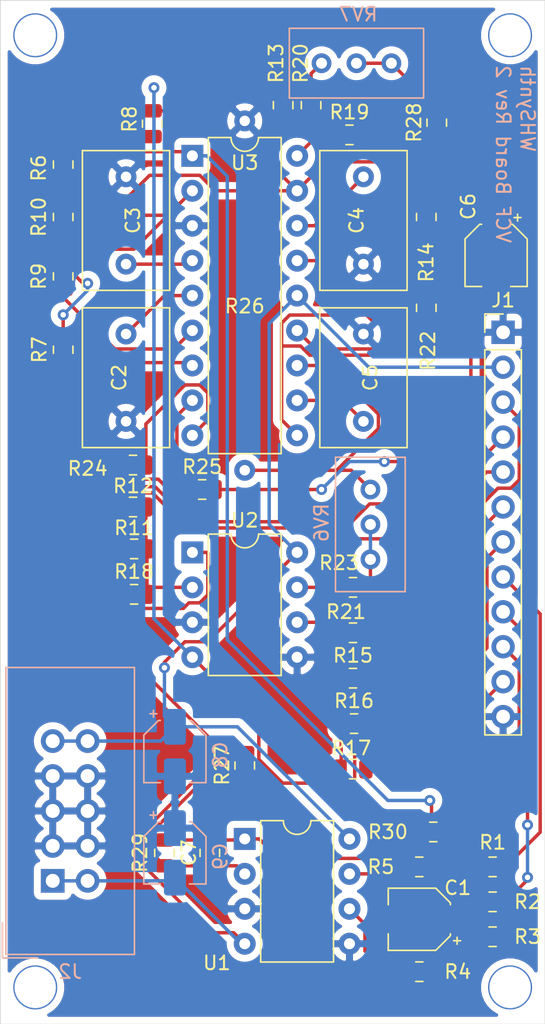
<source format=kicad_pcb>
(kicad_pcb (version 20171130) (host pcbnew 5.1.4)
  (layers (0 F.Cu signal) (31 B.Cu signal) (34 B.Paste user) (35 F.Paste user) (36 B.SilkS user) (37 F.SilkS user) (38 B.Mask user) (39 F.Mask user) (44 Edge.Cuts user))
  (net 0 "")
  (net 1 "Net-(C1-Pad1)")
  (net 2 "Net-(C1-Pad2)")
  (net 3 "Net-(C2-Pad1)")
  (net 4 GNDREF)
  (net 5 "Net-(C3-Pad1)")
  (net 6 "Net-(C4-Pad1)")
  (net 7 "Net-(C5-Pad1)")
  (net 8 "Net-(C6-Pad1)")
  (net 9 "Net-(C6-Pad2)")
  (net 10 "Net-(C7-Pad1)")
  (net 11 "Net-(C7-Pad2)")
  (net 12 "Net-(R1-Pad1)")
  (net 13 "Net-(R5-Pad1)")
  (net 14 "Net-(R6-Pad1)")
  (net 15 "Net-(R7-Pad1)")
  (net 16 +12V)
  (net 17 "Net-(R10-Pad2)")
  (net 18 "Net-(R10-Pad1)")
  (net 19 "Net-(R11-Pad1)")
  (net 20 "Net-(R14-Pad1)")
  (net 21 "Net-(R15-Pad1)")
  (net 22 -12V)
  (net 23 "Net-(R18-Pad1)")
  (net 24 "Net-(R19-Pad1)")
  (net 25 "Net-(R21-Pad1)")
  (net 26 "Net-(R23-Pad1)")
  (net 27 "Net-(R24-Pad1)")
  (net 28 "Net-(R25-Pad1)")
  (net 29 "Net-(R26-Pad1)")
  (net 30 "Net-(R28-Pad1)")
  (net 31 "Net-(R28-Pad2)")
  (net 32 /Res)
  (net 33 /Res_Mod)
  (net 34 /Cutoff)
  (net 35 /Cutoff_Mod)
  (net 36 /In_1)
  (net 37 /In_2)
  (net 38 /In_3)
  (net 39 /Out)
  (module Package_DIP:DIP-8_W7.62mm (layer F.Cu) (at 81.788 125.73)
    (fp_text reference U1 (at -2.032 9.017) (layer F.SilkS))
    (fp_text value TL072)
    (pad 8 thru_hole oval (at 7.62 0) (size 1.6 1.6) (drill 0.8) (layers *.Cu *.Mask) (net 16 +12V))
    (pad 4 thru_hole oval (at 0 7.62) (size 1.6 1.6) (drill 0.8) (layers *.Cu *.Mask) (net 22 -12V))
    (pad 7 thru_hole oval (at 7.62 2.54) (size 1.6 1.6) (drill 0.8) (layers *.Cu *.Mask) (net 2 "Net-(C1-Pad2)"))
    (pad 3 thru_hole oval (at 0 5.08) (size 1.6 1.6) (drill 0.8) (layers *.Cu *.Mask) (net 4 GNDREF))
    (pad 6 thru_hole oval (at 7.62 5.08) (size 1.6 1.6) (drill 0.8) (layers *.Cu *.Mask) (net 12 "Net-(R1-Pad1)"))
    (pad 2 thru_hole oval (at 0 2.54) (size 1.6 1.6) (drill 0.8) (layers *.Cu *.Mask) (net 10 "Net-(C7-Pad1)"))
    (pad 5 thru_hole oval (at 7.62 7.62) (size 1.6 1.6) (drill 0.8) (layers *.Cu *.Mask) (net 4 GNDREF))
    (pad 1 thru_hole rect (at 0 0) (size 1.6 1.6) (drill 0.8) (layers *.Cu *.Mask) (net 11 "Net-(C7-Pad2)"))
  )
  (module Package_DIP:DIP-8_W7.62mm (layer F.Cu) (at 77.978 104.902)
    (fp_text reference U2 (at 3.81 -2.33) (layer F.SilkS))
    (fp_text value TL072)
    (pad 8 thru_hole oval (at 7.62 0) (size 1.6 1.6) (drill 0.8) (layers *.Cu *.Mask) (net 16 +12V))
    (pad 4 thru_hole oval (at 0 7.62) (size 1.6 1.6) (drill 0.8) (layers *.Cu *.Mask) (net 22 -12V))
    (pad 7 thru_hole oval (at 7.62 2.54) (size 1.6 1.6) (drill 0.8) (layers *.Cu *.Mask) (net 25 "Net-(R21-Pad1)"))
    (pad 3 thru_hole oval (at 0 5.08) (size 1.6 1.6) (drill 0.8) (layers *.Cu *.Mask) (net 4 GNDREF))
    (pad 6 thru_hole oval (at 7.62 5.08) (size 1.6 1.6) (drill 0.8) (layers *.Cu *.Mask) (net 21 "Net-(R15-Pad1)"))
    (pad 2 thru_hole oval (at 0 2.54) (size 1.6 1.6) (drill 0.8) (layers *.Cu *.Mask) (net 19 "Net-(R11-Pad1)"))
    (pad 5 thru_hole oval (at 7.62 7.62) (size 1.6 1.6) (drill 0.8) (layers *.Cu *.Mask) (net 4 GNDREF))
    (pad 1 thru_hole rect (at 0 0) (size 1.6 1.6) (drill 0.8) (layers *.Cu *.Mask) (net 23 "Net-(R18-Pad1)"))
  )
  (module Package_DIP:DIP-18_W7.62mm (layer F.Cu) (at 77.978 76.073)
    (fp_text reference U3 (at 3.81 0.508) (layer F.SilkS))
    (fp_text value AS3320)
    (pad 18 thru_hole oval (at 7.62 0) (size 1.6 1.6) (drill 0.8) (layers *.Cu *.Mask) (net 24 "Net-(R19-Pad1)"))
    (pad 9 thru_hole oval (at 0 20.32) (size 1.6 1.6) (drill 0.8) (layers *.Cu *.Mask) (net 27 "Net-(R24-Pad1)"))
    (pad 17 thru_hole oval (at 7.62 2.54) (size 1.6 1.6) (drill 0.8) (layers *.Cu *.Mask) (net 18 "Net-(R10-Pad1)"))
    (pad 8 thru_hole oval (at 0 17.78) (size 1.6 1.6) (drill 0.8) (layers *.Cu *.Mask) (net 28 "Net-(R25-Pad1)"))
    (pad 16 thru_hole oval (at 7.62 5.08) (size 1.6 1.6) (drill 0.8) (layers *.Cu *.Mask) (net 6 "Net-(C4-Pad1)"))
    (pad 7 thru_hole oval (at 0 15.24) (size 1.6 1.6) (drill 0.8) (layers *.Cu *.Mask) (net 14 "Net-(R6-Pad1)"))
    (pad 15 thru_hole oval (at 7.62 7.62) (size 1.6 1.6) (drill 0.8) (layers *.Cu *.Mask) (net 20 "Net-(R14-Pad1)"))
    (pad 6 thru_hole oval (at 0 12.7) (size 1.6 1.6) (drill 0.8) (layers *.Cu *.Mask) (net 17 "Net-(R10-Pad2)"))
    (pad 14 thru_hole oval (at 7.62 10.16) (size 1.6 1.6) (drill 0.8) (layers *.Cu *.Mask) (net 16 +12V))
    (pad 5 thru_hole oval (at 0 10.16) (size 1.6 1.6) (drill 0.8) (layers *.Cu *.Mask) (net 3 "Net-(C2-Pad1)"))
    (pad 13 thru_hole oval (at 7.62 12.7) (size 1.6 1.6) (drill 0.8) (layers *.Cu *.Mask) (net 30 "Net-(R28-Pad1)"))
    (pad 4 thru_hole oval (at 0 7.62) (size 1.6 1.6) (drill 0.8) (layers *.Cu *.Mask) (net 5 "Net-(C3-Pad1)"))
    (pad 12 thru_hole oval (at 7.62 15.24) (size 1.6 1.6) (drill 0.8) (layers *.Cu *.Mask) (net 29 "Net-(R26-Pad1)"))
    (pad 3 thru_hole oval (at 0 5.08) (size 1.6 1.6) (drill 0.8) (layers *.Cu *.Mask) (net 4 GNDREF))
    (pad 11 thru_hole oval (at 7.62 17.78) (size 1.6 1.6) (drill 0.8) (layers *.Cu *.Mask) (net 7 "Net-(C5-Pad1)"))
    (pad 2 thru_hole oval (at 0 2.54) (size 1.6 1.6) (drill 0.8) (layers *.Cu *.Mask) (net 15 "Net-(R7-Pad1)"))
    (pad 10 thru_hole oval (at 7.62 20.32) (size 1.6 1.6) (drill 0.8) (layers *.Cu *.Mask) (net 8 "Net-(C6-Pad1)"))
    (pad 1 thru_hole rect (at 0 0) (size 1.6 1.6) (drill 0.8) (layers *.Cu *.Mask) (net 13 "Net-(R5-Pad1)"))
  )
  (module Potentiometer_THT:Potentiometer_Bourns_3296W_Vertical (layer B.Cu) (at 90.932 100.33 90)
    (fp_text reference RV6 (at -2.413 -3.556 90) (layer B.SilkS) (effects (justify mirror)))
    (fp_text value 25K)
    (pad 3 thru_hole circle (at -5.08 0 90) (size 1.44 1.44) (drill 0.8) (layers *.Cu *.Mask) (net 26 "Net-(R23-Pad1)"))
    (pad 2 thru_hole circle (at -2.54 0 90) (size 1.44 1.44) (drill 0.8) (layers *.Cu *.Mask) (net 26 "Net-(R23-Pad1)"))
    (pad 1 thru_hole circle (at 0 0 90) (size 1.44 1.44) (drill 0.8) (layers *.Cu *.Mask) (net 29 "Net-(R26-Pad1)"))
  )
  (module Potentiometer_THT:Potentiometer_Bourns_3296W_Vertical (layer B.Cu) (at 92.456 69.342)
    (fp_text reference RV7 (at -2.413 -3.556) (layer B.SilkS) (effects (justify mirror)))
    (fp_text value 1K)
    (pad 3 thru_hole circle (at -5.08 0) (size 1.44 1.44) (drill 0.8) (layers *.Cu *.Mask) (net 22 -12V))
    (pad 2 thru_hole circle (at -2.54 0) (size 1.44 1.44) (drill 0.8) (layers *.Cu *.Mask) (net 31 "Net-(R28-Pad2)"))
    (pad 1 thru_hole circle (at 0 0) (size 1.44 1.44) (drill 0.8) (layers *.Cu *.Mask) (net 31 "Net-(R28-Pad2)"))
  )
  (module Capacitor_SMD:C_0805_2012Metric (layer F.Cu) (at 79.248 126.746 90)
    (fp_text reference C7 (at 0 -1.524 90) (layer F.SilkS))
    (fp_text value 33pF)
    (pad 2 smd roundrect (at 0.9375 0 90) (size 0.975 1.4) (layers F.Cu F.Paste F.Mask) (net 11 "Net-(C7-Pad2)"))
    (pad 1 smd roundrect (at -0.9375 0 90) (size 0.975 1.4) (layers F.Cu F.Paste F.Mask) (net 10 "Net-(C7-Pad1)"))
  )
  (module Resistor_SMD:R_0805_2012Metric (layer F.Cu) (at 99.822 127.762)
    (fp_text reference R1 (at 0 -1.778) (layer F.SilkS))
    (fp_text value 100K)
    (pad 2 smd roundrect (at 0.9375 0) (size 0.975 1.4) (layers F.Cu F.Paste F.Mask) (net 36 /In_1))
    (pad 1 smd roundrect (at -0.9375 0) (size 0.975 1.4) (layers F.Cu F.Paste F.Mask) (net 12 "Net-(R1-Pad1)"))
  )
  (module Resistor_SMD:R_0805_2012Metric (layer F.Cu) (at 99.822 130.302)
    (fp_text reference R2 (at 2.54 0) (layer F.SilkS))
    (fp_text value 100K)
    (pad 2 smd roundrect (at 0.9375 0) (size 0.975 1.4) (layers F.Cu F.Paste F.Mask) (net 37 /In_2))
    (pad 1 smd roundrect (at -0.9375 0) (size 0.975 1.4) (layers F.Cu F.Paste F.Mask) (net 12 "Net-(R1-Pad1)"))
  )
  (module Resistor_SMD:R_0805_2012Metric (layer F.Cu) (at 99.822 132.842)
    (fp_text reference R3 (at 2.54 0) (layer F.SilkS))
    (fp_text value 100K)
    (pad 2 smd roundrect (at 0.9375 0) (size 0.975 1.4) (layers F.Cu F.Paste F.Mask) (net 38 /In_3))
    (pad 1 smd roundrect (at -0.9375 0) (size 0.975 1.4) (layers F.Cu F.Paste F.Mask) (net 12 "Net-(R1-Pad1)"))
  )
  (module Resistor_SMD:R_0805_2012Metric (layer F.Cu) (at 94.488 135.382)
    (fp_text reference R4 (at 2.794 0) (layer F.SilkS))
    (fp_text value 100K)
    (pad 2 smd roundrect (at 0.9375 0) (size 0.975 1.4) (layers F.Cu F.Paste F.Mask) (net 12 "Net-(R1-Pad1)"))
    (pad 1 smd roundrect (at -0.9375 0) (size 0.975 1.4) (layers F.Cu F.Paste F.Mask) (net 2 "Net-(C1-Pad2)"))
  )
  (module Resistor_SMD:R_0805_2012Metric (layer F.Cu) (at 94.488 127.762)
    (fp_text reference R5 (at -2.794 0) (layer F.SilkS))
    (fp_text value 82K)
    (pad 2 smd roundrect (at 0.9375 0) (size 0.975 1.4) (layers F.Cu F.Paste F.Mask) (net 1 "Net-(C1-Pad1)"))
    (pad 1 smd roundrect (at -0.9375 0) (size 0.975 1.4) (layers F.Cu F.Paste F.Mask) (net 13 "Net-(R5-Pad1)"))
  )
  (module Resistor_SMD:R_0805_2012Metric (layer F.Cu) (at 68.58 76.708 90)
    (fp_text reference R6 (at -0.254 -1.778 90) (layer F.SilkS))
    (fp_text value 82K)
    (pad 2 smd roundrect (at 0.9375 0 90) (size 0.975 1.4) (layers F.Cu F.Paste F.Mask) (net 13 "Net-(R5-Pad1)"))
    (pad 1 smd roundrect (at -0.9375 0 90) (size 0.975 1.4) (layers F.Cu F.Paste F.Mask) (net 14 "Net-(R6-Pad1)"))
  )
  (module Resistor_SMD:R_0805_2012Metric (layer F.Cu) (at 68.58 90.17 270)
    (fp_text reference R7 (at 0 1.7295 90) (layer F.SilkS))
    (fp_text value 82K)
    (pad 2 smd roundrect (at 0.9375 0 270) (size 0.975 1.4) (layers F.Cu F.Paste F.Mask) (net 14 "Net-(R6-Pad1)"))
    (pad 1 smd roundrect (at -0.9375 0 270) (size 0.975 1.4) (layers F.Cu F.Paste F.Mask) (net 15 "Net-(R7-Pad1)"))
  )
  (module Resistor_SMD:R_0805_2012Metric (layer F.Cu) (at 75.057 73.7385 270)
    (fp_text reference R8 (at -0.3325 1.651 90) (layer F.SilkS))
    (fp_text value 220K)
    (pad 2 smd roundrect (at 0.9375 0 270) (size 0.975 1.4) (layers F.Cu F.Paste F.Mask) (net 15 "Net-(R7-Pad1)"))
    (pad 1 smd roundrect (at -0.9375 0 270) (size 0.975 1.4) (layers F.Cu F.Paste F.Mask) (net 22 -12V))
  )
  (module Resistor_SMD:R_0805_2012Metric (layer F.Cu) (at 68.58 84.836 90)
    (fp_text reference R9 (at 0 -1.778 90) (layer F.SilkS))
    (fp_text value 82K)
    (pad 2 smd roundrect (at 0.9375 0 90) (size 0.975 1.4) (layers F.Cu F.Paste F.Mask) (net 15 "Net-(R7-Pad1)"))
    (pad 1 smd roundrect (at -0.9375 0 90) (size 0.975 1.4) (layers F.Cu F.Paste F.Mask) (net 17 "Net-(R10-Pad2)"))
  )
  (module Resistor_SMD:R_0805_2012Metric (layer F.Cu) (at 68.58 80.518 270)
    (fp_text reference R10 (at 0 1.778 90) (layer F.SilkS))
    (fp_text value 82K)
    (pad 2 smd roundrect (at 0.9375 0 270) (size 0.975 1.4) (layers F.Cu F.Paste F.Mask) (net 17 "Net-(R10-Pad2)"))
    (pad 1 smd roundrect (at -0.9375 0 270) (size 0.975 1.4) (layers F.Cu F.Paste F.Mask) (net 18 "Net-(R10-Pad1)"))
  )
  (module Resistor_SMD:R_0805_2012Metric (layer F.Cu) (at 73.7385 104.648 180)
    (fp_text reference R11 (at 0 1.524) (layer F.SilkS))
    (fp_text value 300K)
    (pad 2 smd roundrect (at 0.9375 0 180) (size 0.975 1.4) (layers F.Cu F.Paste F.Mask) (net 32 /Res))
    (pad 1 smd roundrect (at -0.9375 0 180) (size 0.975 1.4) (layers F.Cu F.Paste F.Mask) (net 19 "Net-(R11-Pad1)"))
  )
  (module Resistor_SMD:R_0805_2012Metric (layer F.Cu) (at 73.66 101.6 180)
    (fp_text reference R12 (at 0 1.524) (layer F.SilkS))
    (fp_text value 100K)
    (pad 2 smd roundrect (at 0.9375 0 180) (size 0.975 1.4) (layers F.Cu F.Paste F.Mask) (net 33 /Res_Mod))
    (pad 1 smd roundrect (at -0.9375 0 180) (size 0.975 1.4) (layers F.Cu F.Paste F.Mask) (net 19 "Net-(R11-Pad1)"))
  )
  (module Resistor_SMD:R_0805_2012Metric (layer F.Cu) (at 84.582 72.39 270)
    (fp_text reference R13 (at -3.048 0.508 90) (layer F.SilkS))
    (fp_text value 220K)
    (pad 2 smd roundrect (at 0.9375 0 270) (size 0.975 1.4) (layers F.Cu F.Paste F.Mask) (net 18 "Net-(R10-Pad1)"))
    (pad 1 smd roundrect (at -0.9375 0 270) (size 0.975 1.4) (layers F.Cu F.Paste F.Mask) (net 22 -12V))
  )
  (module Resistor_SMD:R_0805_2012Metric (layer F.Cu) (at 94.996 80.518 90)
    (fp_text reference R14 (at -3.302 0 90) (layer F.SilkS))
    (fp_text value 82K)
    (pad 2 smd roundrect (at 0.9375 0 90) (size 0.975 1.4) (layers F.Cu F.Paste F.Mask) (net 18 "Net-(R10-Pad1)"))
    (pad 1 smd roundrect (at -0.9375 0 90) (size 0.975 1.4) (layers F.Cu F.Paste F.Mask) (net 20 "Net-(R14-Pad1)"))
  )
  (module Resistor_SMD:R_0805_2012Metric (layer F.Cu) (at 89.662 114.046)
    (fp_text reference R15 (at 0 -1.65) (layer F.SilkS))
    (fp_text value 125K)
    (pad 2 smd roundrect (at 0.9375 0) (size 0.975 1.4) (layers F.Cu F.Paste F.Mask) (net 34 /Cutoff))
    (pad 1 smd roundrect (at -0.9375 0) (size 0.975 1.4) (layers F.Cu F.Paste F.Mask) (net 21 "Net-(R15-Pad1)"))
  )
  (module Resistor_SMD:R_0805_2012Metric (layer F.Cu) (at 89.7405 117.348)
    (fp_text reference R16 (at 0 -1.65) (layer F.SilkS))
    (fp_text value 150K)
    (pad 2 smd roundrect (at 0.9375 0) (size 0.975 1.4) (layers F.Cu F.Paste F.Mask) (net 22 -12V))
    (pad 1 smd roundrect (at -0.9375 0) (size 0.975 1.4) (layers F.Cu F.Paste F.Mask) (net 21 "Net-(R15-Pad1)"))
  )
  (module Resistor_SMD:R_0805_2012Metric (layer F.Cu) (at 89.662 120.65)
    (fp_text reference R17 (at -0.127 -1.524) (layer F.SilkS))
    (fp_text value 100K)
    (pad 2 smd roundrect (at 0.9375 0) (size 0.975 1.4) (layers F.Cu F.Paste F.Mask) (net 35 /Cutoff_Mod))
    (pad 1 smd roundrect (at -0.9375 0) (size 0.975 1.4) (layers F.Cu F.Paste F.Mask) (net 21 "Net-(R15-Pad1)"))
  )
  (module Resistor_SMD:R_0805_2012Metric (layer F.Cu) (at 73.7385 107.95)
    (fp_text reference R18 (at 0 -1.65) (layer F.SilkS))
    (fp_text value 100K)
    (pad 2 smd roundrect (at 0.9375 0) (size 0.975 1.4) (layers F.Cu F.Paste F.Mask) (net 19 "Net-(R11-Pad1)"))
    (pad 1 smd roundrect (at -0.9375 0) (size 0.975 1.4) (layers F.Cu F.Paste F.Mask) (net 23 "Net-(R18-Pad1)"))
  )
  (module Resistor_SMD:R_0805_2012Metric (layer F.Cu) (at 89.408 74.549)
    (fp_text reference R19 (at 0 -1.65) (layer F.SilkS))
    (fp_text value 82K)
    (pad 2 smd roundrect (at 0.9375 0) (size 0.975 1.4) (layers F.Cu F.Paste F.Mask) (net 20 "Net-(R14-Pad1)"))
    (pad 1 smd roundrect (at -0.9375 0) (size 0.975 1.4) (layers F.Cu F.Paste F.Mask) (net 24 "Net-(R19-Pad1)"))
  )
  (module Resistor_SMD:R_0805_2012Metric (layer F.Cu) (at 86.614 72.39 270)
    (fp_text reference R20 (at -3.048 0.762 90) (layer F.SilkS))
    (fp_text value 220K)
    (pad 2 smd roundrect (at 0.9375 0 270) (size 0.975 1.4) (layers F.Cu F.Paste F.Mask) (net 24 "Net-(R19-Pad1)"))
    (pad 1 smd roundrect (at -0.9375 0 270) (size 0.975 1.4) (layers F.Cu F.Paste F.Mask) (net 22 -12V))
  )
  (module Resistor_SMD:R_0805_2012Metric (layer F.Cu) (at 89.662 110.744 180)
    (fp_text reference R21 (at 0.508 1.524) (layer F.SilkS))
    (fp_text value 100K)
    (pad 2 smd roundrect (at 0.9375 0 180) (size 0.975 1.4) (layers F.Cu F.Paste F.Mask) (net 21 "Net-(R15-Pad1)"))
    (pad 1 smd roundrect (at -0.9375 0 180) (size 0.975 1.4) (layers F.Cu F.Paste F.Mask) (net 25 "Net-(R21-Pad1)"))
  )
  (module Resistor_SMD:R_0805_2012Metric (layer F.Cu) (at 94.996 87.122 90)
    (fp_text reference R22 (at -3.1265 0.127 90) (layer F.SilkS))
    (fp_text value 82K)
    (pad 2 smd roundrect (at 0.9375 0 90) (size 0.975 1.4) (layers F.Cu F.Paste F.Mask) (net 24 "Net-(R19-Pad1)"))
    (pad 1 smd roundrect (at -0.9375 0 90) (size 0.975 1.4) (layers F.Cu F.Paste F.Mask) (net 8 "Net-(C6-Pad1)"))
  )
  (module Resistor_SMD:R_0805_2012Metric (layer F.Cu) (at 89.662 107.442 180)
    (fp_text reference R23 (at 1.016 1.778) (layer F.SilkS))
    (fp_text value 44.2K)
    (pad 2 smd roundrect (at 0.9375 0 180) (size 0.975 1.4) (layers F.Cu F.Paste F.Mask) (net 25 "Net-(R21-Pad1)"))
    (pad 1 smd roundrect (at -0.9375 0 180) (size 0.975 1.4) (layers F.Cu F.Paste F.Mask) (net 26 "Net-(R23-Pad1)"))
  )
  (module Resistor_SMD:R_0805_2012Metric (layer F.Cu) (at 73.66 98.552 180)
    (fp_text reference R24 (at 3.302 -0.254) (layer F.SilkS))
    (fp_text value 39K)
    (pad 2 smd roundrect (at 0.9375 0 180) (size 0.975 1.4) (layers F.Cu F.Paste F.Mask) (net 23 "Net-(R18-Pad1)"))
    (pad 1 smd roundrect (at -0.9375 0 180) (size 0.975 1.4) (layers F.Cu F.Paste F.Mask) (net 27 "Net-(R24-Pad1)"))
  )
  (module Resistor_SMD:R_0805_2012Metric (layer F.Cu) (at 78.6915 100.33)
    (fp_text reference R25 (at 0 -1.65) (layer F.SilkS))
    (fp_text value 47K)
    (pad 2 smd roundrect (at 0.9375 0) (size 0.975 1.4) (layers F.Cu F.Paste F.Mask) (net 9 "Net-(C6-Pad2)"))
    (pad 1 smd roundrect (at -0.9375 0) (size 0.975 1.4) (layers F.Cu F.Paste F.Mask) (net 28 "Net-(R25-Pad1)"))
  )
  (module Resistor_SMD:R_0805_2012Metric (layer F.Cu) (at 81.788 120.396 90)
    (fp_text reference R27 (at 0 -1.65 90) (layer F.SilkS))
    (fp_text value 100K)
    (pad 2 smd roundrect (at 0.9375 0 90) (size 0.975 1.4) (layers F.Cu F.Paste F.Mask) (net 9 "Net-(C6-Pad2)"))
    (pad 1 smd roundrect (at -0.9375 0 90) (size 0.975 1.4) (layers F.Cu F.Paste F.Mask) (net 10 "Net-(C7-Pad1)"))
  )
  (module Resistor_SMD:R_0805_2012Metric (layer F.Cu) (at 95.758 73.66 90)
    (fp_text reference R28 (at 0 -1.65 90) (layer F.SilkS))
    (fp_text value 750)
    (pad 2 smd roundrect (at 0.9375 0 90) (size 0.975 1.4) (layers F.Cu F.Paste F.Mask) (net 31 "Net-(R28-Pad2)"))
    (pad 1 smd roundrect (at -0.9375 0 90) (size 0.975 1.4) (layers F.Cu F.Paste F.Mask) (net 30 "Net-(R28-Pad1)"))
  )
  (module Resistor_SMD:R_0805_2012Metric (layer F.Cu) (at 75.946 126.746 270)
    (fp_text reference R29 (at 0 1.778 90) (layer F.SilkS))
    (fp_text value 200K)
    (pad 2 smd roundrect (at 0.9375 0 270) (size 0.975 1.4) (layers F.Cu F.Paste F.Mask) (net 10 "Net-(C7-Pad1)"))
    (pad 1 smd roundrect (at -0.9375 0 270) (size 0.975 1.4) (layers F.Cu F.Paste F.Mask) (net 11 "Net-(C7-Pad2)"))
  )
  (module Resistor_SMD:R_0805_2012Metric (layer F.Cu) (at 95.504 125.222 180)
    (fp_text reference R30 (at 3.302 0) (layer F.SilkS))
    (fp_text value 1K)
    (pad 2 smd roundrect (at 0.9375 0 180) (size 0.975 1.4) (layers F.Cu F.Paste F.Mask) (net 11 "Net-(C7-Pad2)"))
    (pad 1 smd roundrect (at -0.9375 0 180) (size 0.975 1.4) (layers F.Cu F.Paste F.Mask) (net 39 /Out))
  )
  (module Capacitor_SMD:CP_Elec_4x3 (layer B.Cu) (at 76.708 119.38 270)
    (fp_text reference C8 (at 0.254 -3.302 90) (layer B.SilkS) (effects (justify mirror)))
    (fp_text value 10uF)
    (pad 2 smd roundrect (at 1.8 0 270) (size 2.6 1.6) (layers B.Cu B.Paste B.Mask) (roundrect_rratio 0.15625) (net 4 GNDREF))
    (pad 1 smd roundrect (at -1.8 0 270) (size 2.6 1.6) (layers B.Cu B.Paste B.Mask) (roundrect_rratio 0.15625) (net 16 +12V))
  )
  (module Capacitor_SMD:CP_Elec_4x3 (layer B.Cu) (at 76.708 126.746 270)
    (fp_text reference C9 (at 0.254 -3.302 90) (layer B.SilkS) (effects (justify mirror)))
    (fp_text value 10uF)
    (pad 2 smd roundrect (at 1.8 0 270) (size 2.6 1.6) (layers B.Cu B.Paste B.Mask) (roundrect_rratio 0.15625) (net 22 -12V))
    (pad 1 smd roundrect (at -1.8 0 270) (size 2.6 1.6) (layers B.Cu B.Paste B.Mask) (roundrect_rratio 0.15625) (net 4 GNDREF))
  )
  (module Connector_IDC:IDC-Header_2x05_P2.54mm_Vertical (layer B.Cu) (at 67.818 128.778)
    (fp_text reference J2 (at 1.27 6.604) (layer B.SilkS) (effects (justify mirror)))
    (fp_text value Power)
    (pad 10 thru_hole oval (at 2.54 -10.16) (size 1.7272 1.7272) (drill 1.016) (layers *.Cu *.Mask) (net 16 +12V))
    (pad 9 thru_hole oval (at 0 -10.16) (size 1.7272 1.7272) (drill 1.016) (layers *.Cu *.Mask) (net 16 +12V))
    (pad 8 thru_hole oval (at 2.54 -7.62) (size 1.7272 1.7272) (drill 1.016) (layers *.Cu *.Mask) (net 4 GNDREF))
    (pad 7 thru_hole oval (at 0 -7.62) (size 1.7272 1.7272) (drill 1.016) (layers *.Cu *.Mask) (net 4 GNDREF))
    (pad 6 thru_hole oval (at 2.54 -5.08) (size 1.7272 1.7272) (drill 1.016) (layers *.Cu *.Mask) (net 4 GNDREF))
    (pad 5 thru_hole oval (at 0 -5.08) (size 1.7272 1.7272) (drill 1.016) (layers *.Cu *.Mask) (net 4 GNDREF))
    (pad 4 thru_hole oval (at 2.54 -2.54) (size 1.7272 1.7272) (drill 1.016) (layers *.Cu *.Mask) (net 4 GNDREF))
    (pad 3 thru_hole oval (at 0 -2.54) (size 1.7272 1.7272) (drill 1.016) (layers *.Cu *.Mask) (net 4 GNDREF))
    (pad 2 thru_hole oval (at 2.54 0) (size 1.7272 1.7272) (drill 1.016) (layers *.Cu *.Mask) (net 22 -12V))
    (pad 1 thru_hole rect (at 0 0) (size 1.7272 1.7272) (drill 1.016) (layers *.Cu *.Mask) (net 22 -12V))
  )
  (module Connector_PinHeader_2.54mm:PinHeader_1x12_P2.54mm_Vertical (layer F.Cu) (at 100.584 88.9)
    (fp_text reference J1 (at 0 -2.33) (layer F.SilkS))
    (fp_text value Power)
    (pad 12 thru_hole oval (at 0 27.94) (size 1.7 1.7) (drill 1) (layers *.Cu *.Mask) (net 4 GNDREF))
    (pad 11 thru_hole oval (at 0 25.4) (size 1.7 1.7) (drill 1) (layers *.Cu *.Mask) (net 39 /Out))
    (pad 10 thru_hole oval (at 0 22.86) (size 1.7 1.7) (drill 1) (layers *.Cu *.Mask) (net 38 /In_3))
    (pad 9 thru_hole oval (at 0 20.32) (size 1.7 1.7) (drill 1) (layers *.Cu *.Mask) (net 37 /In_2))
    (pad 8 thru_hole oval (at 0 17.78) (size 1.7 1.7) (drill 1) (layers *.Cu *.Mask) (net 36 /In_1))
    (pad 7 thru_hole oval (at 0 15.24) (size 1.7 1.7) (drill 1) (layers *.Cu *.Mask) (net 35 /Cutoff_Mod))
    (pad 6 thru_hole oval (at 0 12.7) (size 1.7 1.7) (drill 1) (layers *.Cu *.Mask) (net 34 /Cutoff))
    (pad 5 thru_hole oval (at 0 10.16) (size 1.7 1.7) (drill 1) (layers *.Cu *.Mask) (net 33 /Res_Mod))
    (pad 4 thru_hole oval (at 0 7.62) (size 1.7 1.7) (drill 1) (layers *.Cu *.Mask) (net 32 /Res))
    (pad 3 thru_hole oval (at 0 5.08) (size 1.7 1.7) (drill 1) (layers *.Cu *.Mask) (net 22 -12V))
    (pad 2 thru_hole oval (at 0 2.54) (size 1.7 1.7) (drill 1) (layers *.Cu *.Mask) (net 16 +12V))
    (pad 1 thru_hole rect (at 0 0) (size 1.7 1.7) (drill 1) (layers *.Cu *.Mask) (net 4 GNDREF))
  )
  (module Capacitor_SMD:CP_Elec_4x3 (layer F.Cu) (at 94.488 131.572 180)
    (fp_text reference C1 (at -2.794 2.286) (layer F.SilkS))
    (fp_text value 15uF)
    (pad 2 smd roundrect (at 1.8 0 180) (size 2.6 1.6) (layers F.Cu F.Paste F.Mask) (roundrect_rratio 0.15625) (net 2 "Net-(C1-Pad2)"))
    (pad 1 smd roundrect (at -1.8 0 180) (size 2.6 1.6) (layers F.Cu F.Paste F.Mask) (roundrect_rratio 0.15625) (net 1 "Net-(C1-Pad1)"))
  )
  (module Capacitor_SMD:CP_Elec_4x3 (layer F.Cu) (at 100.076 83.312 270)
    (fp_text reference C6 (at -3.556 2.032 90) (layer F.SilkS))
    (fp_text value 1uF)
    (pad 2 smd roundrect (at 1.8 0 270) (size 2.6 1.6) (layers F.Cu F.Paste F.Mask) (roundrect_rratio 0.15625) (net 9 "Net-(C6-Pad2)"))
    (pad 1 smd roundrect (at -1.8 0 270) (size 2.6 1.6) (layers F.Cu F.Paste F.Mask) (roundrect_rratio 0.15625) (net 8 "Net-(C6-Pad1)"))
  )
  (module Eurorack:Mica_Cap (layer F.Cu) (at 73.152 92.202 270)
    (fp_text reference C2 (at 0 0.5 270) (layer F.SilkS))
    (fp_text value 300pF)
    (pad 2 thru_hole circle (at 3.175 0 270) (size 1.524 1.524) (drill 0.762) (layers *.Cu *.Mask) (net 4 GNDREF))
    (pad 1 thru_hole circle (at -3.175 0 270) (size 1.524 1.524) (drill 0.762) (layers *.Cu *.Mask) (net 3 "Net-(C2-Pad1)"))
  )
  (module Eurorack:Mica_Cap (layer F.Cu) (at 73.152 80.772 90)
    (fp_text reference C3 (at 0 0.5 90) (layer F.SilkS))
    (fp_text value 300pF)
    (pad 2 thru_hole circle (at 3.175 0 90) (size 1.524 1.524) (drill 0.762) (layers *.Cu *.Mask) (net 4 GNDREF))
    (pad 1 thru_hole circle (at -3.175 0 90) (size 1.524 1.524) (drill 0.762) (layers *.Cu *.Mask) (net 5 "Net-(C3-Pad1)"))
  )
  (module Eurorack:Mica_Cap (layer F.Cu) (at 90.424 80.772 270)
    (fp_text reference C4 (at 0 0.5 90) (layer F.SilkS))
    (fp_text value 300pF)
    (pad 2 thru_hole circle (at 3.175 0 270) (size 1.524 1.524) (drill 0.762) (layers *.Cu *.Mask) (net 4 GNDREF))
    (pad 1 thru_hole circle (at -3.175 0 270) (size 1.524 1.524) (drill 0.762) (layers *.Cu *.Mask) (net 6 "Net-(C4-Pad1)"))
  )
  (module Eurorack:Mica_Cap (layer F.Cu) (at 90.424 92.202 90)
    (fp_text reference C5 (at 0 0.5 90) (layer F.SilkS))
    (fp_text value 300pF)
    (pad 2 thru_hole circle (at 3.175 0 90) (size 1.524 1.524) (drill 0.762) (layers *.Cu *.Mask) (net 4 GNDREF))
    (pad 1 thru_hole circle (at -3.175 0 90) (size 1.524 1.524) (drill 0.762) (layers *.Cu *.Mask) (net 7 "Net-(C5-Pad1)"))
  )
  (module Eurorack:Tempco (layer F.Cu) (at 81.788 87.503 180)
    (fp_text reference R26 (at 0 0.5) (layer F.SilkS))
    (fp_text value TC)
    (pad 2 thru_hole circle (at 0 13.97 180) (size 1.524 1.524) (drill 0.762) (layers *.Cu *.Mask) (net 4 GNDREF))
    (pad 1 thru_hole circle (at 0 -11.43 180) (size 1.524 1.524) (drill 0.762) (layers *.Cu *.Mask) (net 29 "Net-(R26-Pad1)"))
  )
  (gr_text "VCF Board Rev 2" (at 100.584 75.946 270) (layer B.SilkS) (effects (font (size 1 1)) (justify mirror)))
  (gr_text WHSynth (at 102.362 72.644 270) (layer B.SilkS) (effects (font (size 1 1)) (justify mirror)))
  (gr_line (start 103.632 139.192) (end 103.632 64.77) (layer Edge.Cuts) (width 0.05))
  (gr_line (start 64.008 139.192) (end 103.632 139.192) (layer Edge.Cuts) (width 0.05))
  (gr_line (start 64.008 64.77) (end 64.008 139.192) (layer Edge.Cuts) (width 0.05))
  (gr_line (start 64.008 64.77) (end 103.632 64.77) (layer Edge.Cuts) (width 0.05))
  (via (at 101.092 67.31) (size 3.2) (drill 3) (layers F.Cu B.Cu) (net 0))
  (via (at 66.548 136.525) (size 3.200001) (drill 2.999999) (layers F.Cu B.Cu) (net 0))
  (via (at 101.092 136.525) (size 3.200001) (drill 2.999999) (layers F.Cu B.Cu) (net 0))
  (via (at 66.548 67.31) (size 3.2) (drill 3) (layers F.Cu B.Cu) (net 0))
  (segment (start 96.288 128.6245) (end 95.4255 127.762) (width 0.25) (layer F.Cu) (net 1))
  (segment (start 96.288 131.572) (end 96.288 128.6245) (width 0.25) (layer F.Cu) (net 1))
  (segment (start 92.688 130.026) (end 92.688 131.572) (width 0.25) (layer F.Cu) (net 2))
  (segment (start 89.408 128.27) (end 90.932 128.27) (width 0.25) (layer F.Cu) (net 2))
  (segment (start 90.932 128.27) (end 92.688 130.026) (width 0.25) (layer F.Cu) (net 2))
  (segment (start 93.5505 132.4345) (end 92.688 131.572) (width 0.25) (layer F.Cu) (net 2))
  (segment (start 93.5505 135.382) (end 93.5505 132.4345) (width 0.25) (layer F.Cu) (net 2))
  (segment (start 75.946 86.233) (end 77.978 86.233) (width 0.25) (layer F.Cu) (net 3))
  (segment (start 73.152 89.027) (end 75.946 86.233) (width 0.25) (layer F.Cu) (net 3))
  (segment (start 77.724 83.947) (end 77.978 83.693) (width 0.25) (layer F.Cu) (net 5))
  (segment (start 73.152 83.947) (end 77.724 83.947) (width 0.25) (layer F.Cu) (net 5))
  (segment (start 86.868 81.153) (end 90.424 77.597) (width 0.25) (layer F.Cu) (net 6))
  (segment (start 85.598 81.153) (end 86.868 81.153) (width 0.25) (layer F.Cu) (net 6))
  (segment (start 88.9 93.853) (end 90.424 95.377) (width 0.25) (layer F.Cu) (net 7))
  (segment (start 85.598 93.853) (end 88.9 93.853) (width 0.25) (layer F.Cu) (net 7))
  (segment (start 80.2165 100.33) (end 83.947 100.33) (width 0.25) (layer F.Cu) (net 9))
  (segment (start 79.629 100.33) (end 80.2165 100.33) (width 0.25) (layer F.Cu) (net 9))
  (segment (start 79.072763 100.886237) (end 79.629 100.33) (width 0.25) (layer F.Cu) (net 9))
  (segment (start 78.60399 101.35501) (end 79.072763 100.886237) (width 0.25) (layer F.Cu) (net 9))
  (segment (start 75.49666 99.57701) (end 77.27466 101.35501) (width 0.25) (layer F.Cu) (net 9))
  (segment (start 74.11816 99.57701) (end 75.49666 99.57701) (width 0.25) (layer F.Cu) (net 9))
  (segment (start 73.78499 99.24384) (end 74.11816 99.57701) (width 0.25) (layer F.Cu) (net 9))
  (segment (start 73.78499 98.11014) (end 73.78499 99.24384) (width 0.25) (layer F.Cu) (net 9))
  (segment (start 77.27466 101.35501) (end 78.60399 101.35501) (width 0.25) (layer F.Cu) (net 9))
  (segment (start 73.20184 97.52699) (end 73.78499 98.11014) (width 0.25) (layer F.Cu) (net 9))
  (segment (start 72.24316 97.52699) (end 73.20184 97.52699) (width 0.25) (layer F.Cu) (net 9))
  (segment (start 71.00997 98.76018) (end 72.24316 97.52699) (width 0.25) (layer F.Cu) (net 9))
  (segment (start 71.00997 110.17588) (end 71.00997 98.76018) (width 0.25) (layer F.Cu) (net 9))
  (segment (start 80.29259 119.4585) (end 71.00997 110.17588) (width 0.25) (layer F.Cu) (net 9))
  (segment (start 81.788 119.4585) (end 80.29259 119.4585) (width 0.25) (layer F.Cu) (net 9))
  (segment (start 84.798001 95.593001) (end 85.598 96.393) (width 0.25) (layer F.Cu) (net 8))
  (segment (start 84.472999 95.267999) (end 84.798001 95.593001) (width 0.25) (layer F.Cu) (net 8))
  (segment (start 85.057999 87.647999) (end 84.472999 88.232999) (width 0.25) (layer F.Cu) (net 8))
  (segment (start 90.653761 87.647999) (end 85.057999 87.647999) (width 0.25) (layer F.Cu) (net 8))
  (segment (start 91.065262 88.0595) (end 90.653761 87.647999) (width 0.25) (layer F.Cu) (net 8))
  (segment (start 94.996 88.0595) (end 91.065262 88.0595) (width 0.25) (layer F.Cu) (net 8))
  (segment (start 84.472999 89.806999) (end 84.472999 95.267999) (width 0.25) (layer F.Cu) (net 8))
  (segment (start 84.472999 88.232999) (end 84.472999 89.806999) (width 0.25) (layer F.Cu) (net 8))
  (segment (start 97.79 83.798) (end 100.076 81.512) (width 0.25) (layer F.Cu) (net 8))
  (segment (start 97.79 87.40626) (end 97.79 83.798) (width 0.25) (layer F.Cu) (net 8))
  (segment (start 84.564001 89.898001) (end 85.848003 89.898001) (width 0.25) (layer F.Cu) (net 8))
  (segment (start 85.848003 89.898001) (end 86.514013 90.564011) (width 0.25) (layer F.Cu) (net 8))
  (segment (start 94.63225 90.56401) (end 97.79 87.40626) (width 0.25) (layer F.Cu) (net 8))
  (segment (start 84.472999 89.806999) (end 84.564001 89.898001) (width 0.25) (layer F.Cu) (net 8))
  (segment (start 86.514013 90.564011) (end 94.63225 90.56401) (width 0.25) (layer F.Cu) (net 8))
  (via (at 87.376 100.33) (size 0.8) (drill 0.4) (layers F.Cu B.Cu) (net 9))
  (segment (start 83.947 100.33) (end 87.376 100.33) (width 0.25) (layer F.Cu) (net 9))
  (via (at 91.948 98.298) (size 0.8) (drill 0.4) (layers F.Cu B.Cu) (net 9))
  (segment (start 87.376 100.33) (end 89.408 98.298) (width 0.25) (layer B.Cu) (net 9))
  (segment (start 89.408 98.298) (end 91.948 98.298) (width 0.25) (layer B.Cu) (net 9))
  (segment (start 99.20529 85.98271) (end 100.076 85.112) (width 0.25) (layer F.Cu) (net 9))
  (segment (start 98.24001 93.29799) (end 98.24001 86.94799) (width 0.25) (layer F.Cu) (net 9))
  (segment (start 93.24 98.298) (end 98.24001 93.29799) (width 0.25) (layer F.Cu) (net 9))
  (segment (start 98.24001 86.94799) (end 99.20529 85.98271) (width 0.25) (layer F.Cu) (net 9))
  (segment (start 91.948 98.298) (end 93.24 98.298) (width 0.25) (layer F.Cu) (net 9))
  (segment (start 75.946 127.6835) (end 79.248 127.6835) (width 0.25) (layer F.Cu) (net 10))
  (segment (start 81.2015 127.6835) (end 81.788 128.27) (width 0.25) (layer F.Cu) (net 10))
  (segment (start 79.248 127.6835) (end 81.2015 127.6835) (width 0.25) (layer F.Cu) (net 10))
  (segment (start 74.92099 126.65849) (end 75.389763 127.127263) (width 0.25) (layer F.Cu) (net 10))
  (segment (start 75.389763 127.127263) (end 75.946 127.6835) (width 0.25) (layer F.Cu) (net 10))
  (segment (start 74.92099 125.32916) (end 74.92099 126.65849) (width 0.25) (layer F.Cu) (net 10))
  (segment (start 78.91665 121.3335) (end 74.92099 125.32916) (width 0.25) (layer F.Cu) (net 10))
  (segment (start 81.788 121.3335) (end 78.91665 121.3335) (width 0.25) (layer F.Cu) (net 10))
  (segment (start 84.252999 127.144999) (end 82.838 125.73) (width 0.25) (layer F.Cu) (net 11))
  (segment (start 92.643501 127.144999) (end 84.252999 127.144999) (width 0.25) (layer F.Cu) (net 11))
  (segment (start 82.838 125.73) (end 81.788 125.73) (width 0.25) (layer F.Cu) (net 11))
  (segment (start 94.5665 125.222) (end 92.643501 127.144999) (width 0.25) (layer F.Cu) (net 11))
  (segment (start 75.946 125.8085) (end 79.248 125.8085) (width 0.25) (layer F.Cu) (net 11))
  (segment (start 81.7095 125.8085) (end 81.788 125.73) (width 0.25) (layer F.Cu) (net 11))
  (segment (start 79.248 125.8085) (end 81.7095 125.8085) (width 0.25) (layer F.Cu) (net 11))
  (segment (start 98.8845 127.762) (end 98.8845 130.302) (width 0.25) (layer F.Cu) (net 12))
  (segment (start 98.8845 130.302) (end 98.8845 132.842) (width 0.25) (layer F.Cu) (net 12))
  (segment (start 97.9655 132.842) (end 98.8845 132.842) (width 0.25) (layer F.Cu) (net 12))
  (segment (start 95.4255 135.382) (end 97.9655 132.842) (width 0.25) (layer F.Cu) (net 12))
  (segment (start 90.207999 131.609999) (end 89.408 130.81) (width 0.25) (layer F.Cu) (net 12))
  (segment (start 90.533001 131.935001) (end 90.207999 131.609999) (width 0.25) (layer F.Cu) (net 12))
  (segment (start 90.533001 133.868851) (end 90.533001 131.935001) (width 0.25) (layer F.Cu) (net 12))
  (segment (start 94.40049 136.40701) (end 93.07116 136.40701) (width 0.25) (layer F.Cu) (net 12))
  (segment (start 93.07116 136.40701) (end 90.533001 133.868851) (width 0.25) (layer F.Cu) (net 12))
  (segment (start 95.4255 135.382) (end 94.40049 136.40701) (width 0.25) (layer F.Cu) (net 12))
  (segment (start 77.6755 75.7705) (end 77.978 76.073) (width 0.25) (layer F.Cu) (net 13))
  (segment (start 68.58 75.7705) (end 77.6755 75.7705) (width 0.25) (layer F.Cu) (net 13))
  (segment (start 95.37901 123.06501) (end 95.25 122.936) (width 0.25) (layer F.Cu) (net 13))
  (via (at 95.25 122.936) (size 0.8) (drill 0.4) (layers F.Cu B.Cu) (net 13))
  (segment (start 93.5505 127.762) (end 95.37901 125.93349) (width 0.25) (layer F.Cu) (net 13))
  (segment (start 95.37901 125.93349) (end 95.37901 123.06501) (width 0.25) (layer F.Cu) (net 13))
  (segment (start 92.202 122.936) (end 80.518 111.252) (width 0.25) (layer B.Cu) (net 13))
  (segment (start 95.25 122.936) (end 92.202 122.936) (width 0.25) (layer B.Cu) (net 13))
  (segment (start 79.028 76.073) (end 77.978 76.073) (width 0.25) (layer B.Cu) (net 13))
  (segment (start 80.518 77.563) (end 79.028 76.073) (width 0.25) (layer B.Cu) (net 13))
  (segment (start 80.518 111.252) (end 80.518 77.563) (width 0.25) (layer B.Cu) (net 13))
  (segment (start 67.10498 89.63248) (end 68.023763 90.551263) (width 0.25) (layer F.Cu) (net 14))
  (segment (start 67.10498 78.32052) (end 67.10498 89.63248) (width 0.25) (layer F.Cu) (net 14))
  (segment (start 68.023763 90.551263) (end 68.58 91.1075) (width 0.25) (layer F.Cu) (net 14))
  (segment (start 67.78 77.6455) (end 67.10498 78.32052) (width 0.25) (layer F.Cu) (net 14))
  (segment (start 68.58 77.6455) (end 67.78 77.6455) (width 0.25) (layer F.Cu) (net 14))
  (segment (start 77.7725 91.1075) (end 77.978 91.313) (width 0.25) (layer F.Cu) (net 14))
  (segment (start 68.58 91.1075) (end 77.7725 91.1075) (width 0.25) (layer F.Cu) (net 14))
  (segment (start 73.731001 82.859999) (end 77.178001 79.412999) (width 0.25) (layer F.Cu) (net 15))
  (segment (start 69.618501 82.859999) (end 73.731001 82.859999) (width 0.25) (layer F.Cu) (net 15))
  (segment (start 68.58 83.8985) (end 69.618501 82.859999) (width 0.25) (layer F.Cu) (net 15))
  (segment (start 77.178001 79.412999) (end 77.978 78.613) (width 0.25) (layer F.Cu) (net 15))
  (segment (start 74.257 74.676) (end 75.057 74.676) (width 0.25) (layer F.Cu) (net 15))
  (segment (start 68.17015 74.676) (end 74.257 74.676) (width 0.25) (layer F.Cu) (net 15))
  (segment (start 67.55499 75.29116) (end 68.17015 74.676) (width 0.25) (layer F.Cu) (net 15))
  (segment (start 77.178001 79.412999) (end 76.19799 80.39301) (width 0.25) (layer F.Cu) (net 15))
  (segment (start 67.88816 80.39301) (end 67.55499 80.05984) (width 0.25) (layer F.Cu) (net 15))
  (segment (start 76.19799 80.39301) (end 67.88816 80.39301) (width 0.25) (layer F.Cu) (net 15))
  (segment (start 67.55499 80.05984) (end 67.55499 79.10116) (width 0.25) (layer F.Cu) (net 15))
  (segment (start 68.19814 78.45801) (end 69.27184 78.45801) (width 0.25) (layer F.Cu) (net 15))
  (segment (start 67.55499 76.24984) (end 67.55499 75.29116) (width 0.25) (layer F.Cu) (net 15))
  (segment (start 69.60501 76.97101) (end 69.21701 76.58301) (width 0.25) (layer F.Cu) (net 15))
  (segment (start 69.27184 78.45801) (end 69.60501 78.12484) (width 0.25) (layer F.Cu) (net 15))
  (segment (start 69.21701 76.58301) (end 67.88816 76.58301) (width 0.25) (layer F.Cu) (net 15))
  (segment (start 67.55499 79.10116) (end 68.19814 78.45801) (width 0.25) (layer F.Cu) (net 15))
  (segment (start 69.60501 78.12484) (end 69.60501 76.97101) (width 0.25) (layer F.Cu) (net 15))
  (segment (start 67.88816 76.58301) (end 67.55499 76.24984) (width 0.25) (layer F.Cu) (net 15))
  (via (at 68.58 87.63) (size 0.8) (drill 0.4) (layers F.Cu B.Cu) (net 15))
  (segment (start 68.58 89.2325) (end 68.58 87.63) (width 0.25) (layer F.Cu) (net 15))
  (via (at 70.358 85.344) (size 0.8) (drill 0.4) (layers F.Cu B.Cu) (net 15))
  (segment (start 68.58 87.63) (end 70.358 85.852) (width 0.25) (layer B.Cu) (net 15))
  (segment (start 70.358 85.852) (end 70.358 85.344) (width 0.25) (layer B.Cu) (net 15))
  (segment (start 70.0255 85.344) (end 68.58 83.8985) (width 0.25) (layer F.Cu) (net 15))
  (segment (start 70.358 85.344) (end 70.0255 85.344) (width 0.25) (layer F.Cu) (net 15))
  (segment (start 67.818 118.618) (end 70.358 118.618) (width 0.25) (layer B.Cu) (net 16))
  (segment (start 75.67 118.618) (end 76.708 117.58) (width 0.25) (layer B.Cu) (net 16))
  (segment (start 70.358 118.618) (end 75.67 118.618) (width 0.25) (layer B.Cu) (net 16))
  (segment (start 81.258 117.58) (end 76.708 117.58) (width 0.25) (layer B.Cu) (net 16))
  (segment (start 89.408 125.73) (end 81.258 117.58) (width 0.25) (layer B.Cu) (net 16))
  (segment (start 85.598 104.902) (end 83.566 102.87) (width 0.25) (layer B.Cu) (net 16))
  (segment (start 83.566 88.265) (end 85.598 86.233) (width 0.25) (layer B.Cu) (net 16))
  (segment (start 83.566 102.87) (end 83.566 88.265) (width 0.25) (layer B.Cu) (net 16))
  (segment (start 90.805 91.44) (end 85.598 86.233) (width 0.25) (layer B.Cu) (net 16))
  (segment (start 100.584 91.44) (end 90.805 91.44) (width 0.25) (layer B.Cu) (net 16))
  (via (at 75.946 113.284) (size 0.8) (drill 0.4) (layers F.Cu B.Cu) (net 16))
  (segment (start 75.946 112.888998) (end 75.946 113.284) (width 0.25) (layer F.Cu) (net 16))
  (segment (start 77.437999 111.396999) (end 75.946 112.888998) (width 0.25) (layer F.Cu) (net 16))
  (segment (start 85.598 104.902) (end 79.103001 111.396999) (width 0.25) (layer F.Cu) (net 16))
  (segment (start 79.103001 111.396999) (end 77.437999 111.396999) (width 0.25) (layer F.Cu) (net 16))
  (segment (start 75.946 116.818) (end 76.708 117.58) (width 0.25) (layer B.Cu) (net 16))
  (segment (start 75.946 113.284) (end 75.946 116.818) (width 0.25) (layer B.Cu) (net 16))
  (segment (start 68.023763 85.217263) (end 68.58 85.7735) (width 0.25) (layer F.Cu) (net 17))
  (segment (start 67.55499 82.48051) (end 67.55499 84.74849) (width 0.25) (layer F.Cu) (net 17))
  (segment (start 67.55499 84.74849) (end 68.023763 85.217263) (width 0.25) (layer F.Cu) (net 17))
  (segment (start 68.58 81.4555) (end 67.55499 82.48051) (width 0.25) (layer F.Cu) (net 17))
  (segment (start 77.178001 89.572999) (end 77.978 88.773) (width 0.25) (layer F.Cu) (net 17))
  (segment (start 72.333001 90.114001) (end 76.636999 90.114001) (width 0.25) (layer F.Cu) (net 17))
  (segment (start 76.636999 90.114001) (end 77.178001 89.572999) (width 0.25) (layer F.Cu) (net 17))
  (segment (start 68.58 86.361) (end 72.333001 90.114001) (width 0.25) (layer F.Cu) (net 17))
  (segment (start 68.58 85.7735) (end 68.58 86.361) (width 0.25) (layer F.Cu) (net 17))
  (segment (start 94.439763 79.024263) (end 94.996 79.5805) (width 0.25) (layer F.Cu) (net 18))
  (segment (start 91.925499 76.509999) (end 94.439763 79.024263) (width 0.25) (layer F.Cu) (net 18))
  (segment (start 87.701001 76.509999) (end 91.925499 76.509999) (width 0.25) (layer F.Cu) (net 18))
  (segment (start 85.598 78.613) (end 87.701001 76.509999) (width 0.25) (layer F.Cu) (net 18))
  (segment (start 84.798001 77.813001) (end 85.598 78.613) (width 0.25) (layer F.Cu) (net 18))
  (segment (start 84.025763 77.040763) (end 84.798001 77.813001) (width 0.25) (layer F.Cu) (net 18))
  (segment (start 84.025763 73.883737) (end 84.025763 77.040763) (width 0.25) (layer F.Cu) (net 18))
  (segment (start 84.582 73.3275) (end 84.025763 73.883737) (width 0.25) (layer F.Cu) (net 18))
  (segment (start 69.38 79.5805) (end 68.58 79.5805) (width 0.25) (layer F.Cu) (net 18))
  (segment (start 72.777262 79.5805) (end 69.38 79.5805) (width 0.25) (layer F.Cu) (net 18))
  (segment (start 74.869763 77.487999) (end 72.777262 79.5805) (width 0.25) (layer F.Cu) (net 18))
  (segment (start 79.643002 78.613) (end 78.518001 77.487999) (width 0.25) (layer F.Cu) (net 18))
  (segment (start 78.518001 77.487999) (end 74.869763 77.487999) (width 0.25) (layer F.Cu) (net 18))
  (segment (start 85.598 78.613) (end 79.643002 78.613) (width 0.25) (layer F.Cu) (net 18))
  (segment (start 74.5975 104.5695) (end 74.676 104.648) (width 0.25) (layer F.Cu) (net 19))
  (segment (start 74.5975 101.6) (end 74.5975 104.5695) (width 0.25) (layer F.Cu) (net 19))
  (segment (start 74.676 104.648) (end 74.676 107.95) (width 0.25) (layer F.Cu) (net 19))
  (segment (start 75.184 107.442) (end 74.676 107.95) (width 0.25) (layer F.Cu) (net 19))
  (segment (start 77.978 107.442) (end 75.184 107.442) (width 0.25) (layer F.Cu) (net 19))
  (segment (start 85.598 83.693) (end 87.503 83.693) (width 0.25) (layer F.Cu) (net 20))
  (segment (start 89.7405 81.4555) (end 94.996 81.4555) (width 0.25) (layer F.Cu) (net 20))
  (segment (start 87.503 83.693) (end 89.7405 81.4555) (width 0.25) (layer F.Cu) (net 20))
  (segment (start 90.933 74.549) (end 90.3455 74.549) (width 0.25) (layer F.Cu) (net 20))
  (segment (start 96.02101 79.10116) (end 91.46885 74.549) (width 0.25) (layer F.Cu) (net 20))
  (segment (start 91.46885 74.549) (end 90.933 74.549) (width 0.25) (layer F.Cu) (net 20))
  (segment (start 96.02101 80.43049) (end 96.02101 79.10116) (width 0.25) (layer F.Cu) (net 20))
  (segment (start 94.996 81.4555) (end 96.02101 80.43049) (width 0.25) (layer F.Cu) (net 20))
  (segment (start 87.9625 109.982) (end 88.7245 110.744) (width 0.25) (layer F.Cu) (net 21))
  (segment (start 85.598 109.982) (end 87.9625 109.982) (width 0.25) (layer F.Cu) (net 21))
  (segment (start 88.7245 110.744) (end 88.7245 114.046) (width 0.25) (layer F.Cu) (net 21))
  (segment (start 88.7245 117.2695) (end 88.803 117.348) (width 0.25) (layer F.Cu) (net 21))
  (segment (start 88.7245 114.046) (end 88.7245 117.2695) (width 0.25) (layer F.Cu) (net 21))
  (segment (start 88.803 120.5715) (end 88.7245 120.65) (width 0.25) (layer F.Cu) (net 21))
  (segment (start 88.803 117.348) (end 88.803 120.5715) (width 0.25) (layer F.Cu) (net 21))
  (segment (start 67.818 128.778) (end 70.358 128.778) (width 0.25) (layer B.Cu) (net 22))
  (segment (start 76.476 128.778) (end 76.708 128.546) (width 0.25) (layer B.Cu) (net 22))
  (segment (start 70.358 128.778) (end 76.476 128.778) (width 0.25) (layer B.Cu) (net 22))
  (segment (start 81.512 133.35) (end 81.788 133.35) (width 0.25) (layer B.Cu) (net 22))
  (segment (start 76.708 128.546) (end 81.512 133.35) (width 0.25) (layer B.Cu) (net 22))
  (segment (start 78.777999 113.321999) (end 77.978 112.522) (width 0.25) (layer F.Cu) (net 22))
  (segment (start 82.81301 117.35701) (end 78.777999 113.321999) (width 0.25) (layer F.Cu) (net 22))
  (segment (start 82.47984 120.27101) (end 82.81301 119.93784) (width 0.25) (layer F.Cu) (net 22))
  (segment (start 79.34273 120.27101) (end 82.47984 120.27101) (width 0.25) (layer F.Cu) (net 22))
  (segment (start 82.81301 119.93784) (end 82.81301 117.35701) (width 0.25) (layer F.Cu) (net 22))
  (segment (start 74.470981 125.142759) (end 79.34273 120.27101) (width 0.25) (layer F.Cu) (net 22))
  (segment (start 74.47098 127.71283) (end 74.470981 125.142759) (width 0.25) (layer F.Cu) (net 22))
  (segment (start 79.308151 132.550001) (end 74.47098 127.71283) (width 0.25) (layer F.Cu) (net 22))
  (segment (start 80.988001 132.550001) (end 79.308151 132.550001) (width 0.25) (layer F.Cu) (net 22))
  (segment (start 81.788 133.35) (end 80.988001 132.550001) (width 0.25) (layer F.Cu) (net 22))
  (segment (start 77.978 112.522) (end 75.184 109.728) (width 0.25) (layer B.Cu) (net 22))
  (via (at 75.184 71.12) (size 0.8) (drill 0.4) (layers F.Cu B.Cu) (net 22))
  (segment (start 75.184 109.728) (end 75.184 71.12) (width 0.25) (layer B.Cu) (net 22))
  (segment (start 75.184 72.674) (end 75.057 72.801) (width 0.25) (layer F.Cu) (net 22))
  (segment (start 75.184 71.12) (end 75.184 72.674) (width 0.25) (layer F.Cu) (net 22))
  (segment (start 83.782 71.4525) (end 84.582 71.4525) (width 0.25) (layer F.Cu) (net 22))
  (segment (start 77.2055 71.4525) (end 83.782 71.4525) (width 0.25) (layer F.Cu) (net 22))
  (segment (start 75.857 72.801) (end 77.2055 71.4525) (width 0.25) (layer F.Cu) (net 22))
  (segment (start 75.057 72.801) (end 75.857 72.801) (width 0.25) (layer F.Cu) (net 22))
  (segment (start 84.582 71.4525) (end 86.614 71.4525) (width 0.25) (layer F.Cu) (net 22))
  (segment (start 86.614 70.104) (end 87.376 69.342) (width 0.25) (layer F.Cu) (net 22))
  (segment (start 86.614 71.4525) (end 86.614 70.104) (width 0.25) (layer F.Cu) (net 22))
  (segment (start 90.121763 117.904237) (end 90.678 117.348) (width 0.25) (layer F.Cu) (net 22))
  (segment (start 89.78699 118.23901) (end 90.121763 117.904237) (width 0.25) (layer F.Cu) (net 22))
  (segment (start 89.78699 121.34184) (end 89.78699 118.23901) (width 0.25) (layer F.Cu) (net 22))
  (segment (start 89.45382 121.67501) (end 89.78699 121.34184) (width 0.25) (layer F.Cu) (net 22))
  (segment (start 84.55018 121.67501) (end 89.45382 121.67501) (width 0.25) (layer F.Cu) (net 22))
  (segment (start 82.81301 119.93784) (end 84.55018 121.67501) (width 0.25) (layer F.Cu) (net 22))
  (segment (start 101.759001 99.624001) (end 101.759001 95.155001) (width 0.25) (layer F.Cu) (net 22))
  (segment (start 101.148001 100.235001) (end 101.759001 99.624001) (width 0.25) (layer F.Cu) (net 22))
  (segment (start 100.209997 100.235001) (end 101.148001 100.235001) (width 0.25) (layer F.Cu) (net 22))
  (segment (start 98.508979 101.936019) (end 100.209997 100.235001) (width 0.25) (layer F.Cu) (net 22))
  (segment (start 98.508979 104.632171) (end 98.508979 101.936019) (width 0.25) (layer F.Cu) (net 22))
  (segment (start 89.78699 113.35416) (end 98.508979 104.632171) (width 0.25) (layer F.Cu) (net 22))
  (segment (start 101.759001 95.155001) (end 101.433999 94.829999) (width 0.25) (layer F.Cu) (net 22))
  (segment (start 89.78699 116.45699) (end 89.78699 113.35416) (width 0.25) (layer F.Cu) (net 22))
  (segment (start 101.433999 94.829999) (end 100.584 93.98) (width 0.25) (layer F.Cu) (net 22))
  (segment (start 90.678 117.348) (end 89.78699 116.45699) (width 0.25) (layer F.Cu) (net 22))
  (segment (start 72.7225 108.0285) (end 72.801 107.95) (width 0.25) (layer F.Cu) (net 23))
  (segment (start 79.103001 104.977001) (end 79.028 104.902) (width 0.25) (layer F.Cu) (net 23))
  (segment (start 79.103001 107.982001) (end 79.103001 104.977001) (width 0.25) (layer F.Cu) (net 23))
  (segment (start 78.518001 108.567001) (end 79.103001 107.982001) (width 0.25) (layer F.Cu) (net 23))
  (segment (start 79.028 104.902) (end 77.978 104.902) (width 0.25) (layer F.Cu) (net 23))
  (segment (start 77.727997 108.567001) (end 78.518001 108.567001) (width 0.25) (layer F.Cu) (net 23))
  (segment (start 77.319988 108.97501) (end 77.727997 108.567001) (width 0.25) (layer F.Cu) (net 23))
  (segment (start 73.82601 108.97501) (end 77.319988 108.97501) (width 0.25) (layer F.Cu) (net 23))
  (segment (start 72.801 107.95) (end 73.82601 108.97501) (width 0.25) (layer F.Cu) (net 23))
  (segment (start 71.45998 106.60898) (end 72.244763 107.393763) (width 0.25) (layer F.Cu) (net 23))
  (segment (start 72.244763 107.393763) (end 72.801 107.95) (width 0.25) (layer F.Cu) (net 23))
  (segment (start 71.45998 99.81452) (end 71.45998 106.60898) (width 0.25) (layer F.Cu) (net 23))
  (segment (start 72.7225 98.552) (end 71.45998 99.81452) (width 0.25) (layer F.Cu) (net 23))
  (segment (start 87.122 74.549) (end 88.4705 74.549) (width 0.25) (layer F.Cu) (net 24))
  (segment (start 85.598 76.073) (end 87.122 74.549) (width 0.25) (layer F.Cu) (net 24))
  (segment (start 89.49551 73.52399) (end 89.026737 73.992763) (width 0.25) (layer F.Cu) (net 24))
  (segment (start 96.471019 84.709481) (end 96.471019 78.914759) (width 0.25) (layer F.Cu) (net 24))
  (segment (start 89.026737 73.992763) (end 88.4705 74.549) (width 0.25) (layer F.Cu) (net 24))
  (segment (start 91.08025 73.52399) (end 89.49551 73.52399) (width 0.25) (layer F.Cu) (net 24))
  (segment (start 96.471019 78.914759) (end 91.08025 73.52399) (width 0.25) (layer F.Cu) (net 24))
  (segment (start 94.996 86.1845) (end 96.471019 84.709481) (width 0.25) (layer F.Cu) (net 24))
  (segment (start 87.249 73.3275) (end 88.4705 74.549) (width 0.25) (layer F.Cu) (net 24))
  (segment (start 86.614 73.3275) (end 87.249 73.3275) (width 0.25) (layer F.Cu) (net 24))
  (segment (start 88.7245 107.442) (end 85.598 107.442) (width 0.25) (layer F.Cu) (net 25))
  (segment (start 90.5995 109.317) (end 88.7245 107.442) (width 0.25) (layer F.Cu) (net 25))
  (segment (start 90.5995 110.744) (end 90.5995 109.317) (width 0.25) (layer F.Cu) (net 25))
  (segment (start 90.932 107.1095) (end 90.5995 107.442) (width 0.25) (layer F.Cu) (net 26))
  (segment (start 90.932 105.41) (end 90.932 107.1095) (width 0.25) (layer F.Cu) (net 26))
  (segment (start 90.932 105.41) (end 90.932 102.87) (width 0.25) (layer B.Cu) (net 26))
  (segment (start 79.103001 95.267999) (end 78.777999 95.593001) (width 0.25) (layer F.Cu) (net 27))
  (segment (start 79.103001 93.312999) (end 79.103001 95.267999) (width 0.25) (layer F.Cu) (net 27))
  (segment (start 78.777999 95.593001) (end 77.978 96.393) (width 0.25) (layer F.Cu) (net 27))
  (segment (start 78.518001 92.727999) (end 79.103001 93.312999) (width 0.25) (layer F.Cu) (net 27))
  (segment (start 77.437999 92.727999) (end 78.518001 92.727999) (width 0.25) (layer F.Cu) (net 27))
  (segment (start 74.5975 95.568498) (end 77.437999 92.727999) (width 0.25) (layer F.Cu) (net 27))
  (segment (start 74.5975 98.552) (end 74.5975 95.568498) (width 0.25) (layer F.Cu) (net 27))
  (segment (start 76.852999 94.978001) (end 77.178001 94.652999) (width 0.25) (layer F.Cu) (net 28))
  (segment (start 77.178001 94.652999) (end 77.978 93.853) (width 0.25) (layer F.Cu) (net 28))
  (segment (start 76.852999 99.428999) (end 76.852999 94.978001) (width 0.25) (layer F.Cu) (net 28))
  (segment (start 77.754 100.33) (end 76.852999 99.428999) (width 0.25) (layer F.Cu) (net 28))
  (segment (start 82.86563 98.933) (end 81.788 98.933) (width 0.25) (layer F.Cu) (net 29))
  (segment (start 88.476762 98.933) (end 82.86563 98.933) (width 0.25) (layer F.Cu) (net 29))
  (segment (start 91.511001 95.898761) (end 88.476762 98.933) (width 0.25) (layer F.Cu) (net 29))
  (segment (start 91.511001 94.855239) (end 91.511001 95.898761) (width 0.25) (layer F.Cu) (net 29))
  (segment (start 87.968762 91.313) (end 91.511001 94.855239) (width 0.25) (layer F.Cu) (net 29))
  (segment (start 85.598 91.313) (end 87.968762 91.313) (width 0.25) (layer F.Cu) (net 29))
  (segment (start 89.535 98.933) (end 90.932 100.33) (width 0.25) (layer F.Cu) (net 29))
  (segment (start 88.476762 98.933) (end 89.535 98.933) (width 0.25) (layer F.Cu) (net 29))
  (segment (start 86.397999 89.572999) (end 85.598 88.773) (width 0.25) (layer F.Cu) (net 30))
  (segment (start 86.939001 90.114001) (end 86.397999 89.572999) (width 0.25) (layer F.Cu) (net 30))
  (segment (start 94.445849 90.114001) (end 86.939001 90.114001) (width 0.25) (layer F.Cu) (net 30))
  (segment (start 96.921029 87.638821) (end 94.445849 90.114001) (width 0.25) (layer F.Cu) (net 30))
  (segment (start 96.921029 75.760529) (end 96.921029 87.638821) (width 0.25) (layer F.Cu) (net 30))
  (segment (start 95.758 74.5975) (end 96.921029 75.760529) (width 0.25) (layer F.Cu) (net 30))
  (segment (start 89.916 69.342) (end 92.456 69.342) (width 0.25) (layer F.Cu) (net 31))
  (segment (start 95.758 72.644) (end 95.758 72.7225) (width 0.25) (layer F.Cu) (net 31))
  (segment (start 92.456 69.342) (end 95.758 72.644) (width 0.25) (layer F.Cu) (net 31))
  (segment (start 99.734001 97.369999) (end 100.584 96.52) (width 0.25) (layer F.Cu) (net 32))
  (segment (start 89.581408 102.67399) (end 90.880397 101.375001) (width 0.25) (layer F.Cu) (net 32))
  (segment (start 77.81225 102.67399) (end 89.581408 102.67399) (width 0.25) (layer F.Cu) (net 32))
  (segment (start 72.801 104.648) (end 71.90999 103.75699) (width 0.25) (layer F.Cu) (net 32))
  (segment (start 95.728999 101.375001) (end 99.734001 97.369999) (width 0.25) (layer F.Cu) (net 32))
  (segment (start 90.880397 101.375001) (end 95.728999 101.375001) (width 0.25) (layer F.Cu) (net 32))
  (segment (start 71.90999 100.90816) (end 72.693169 100.124981) (width 0.25) (layer F.Cu) (net 32))
  (segment (start 71.90999 103.75699) (end 71.90999 100.90816) (width 0.25) (layer F.Cu) (net 32))
  (segment (start 72.693169 100.124981) (end 75.263241 100.124981) (width 0.25) (layer F.Cu) (net 32))
  (segment (start 75.263241 100.124981) (end 77.81225 102.67399) (width 0.25) (layer F.Cu) (net 32))
  (segment (start 75.07684 100.57499) (end 76.2 101.69815) (width 0.25) (layer F.Cu) (net 33))
  (segment (start 72.7225 101.6) (end 73.74751 100.57499) (width 0.25) (layer F.Cu) (net 33))
  (segment (start 73.74751 100.57499) (end 75.07684 100.57499) (width 0.25) (layer F.Cu) (net 33))
  (segment (start 76.2 101.69815) (end 76.2 102.362) (width 0.25) (layer F.Cu) (net 33))
  (segment (start 99.381919 99.06) (end 100.584 99.06) (width 0.25) (layer F.Cu) (net 33))
  (segment (start 94.526918 103.915001) (end 99.381919 99.06) (width 0.25) (layer F.Cu) (net 33))
  (segment (start 77.62585 103.124) (end 87.884 103.124) (width 0.25) (layer F.Cu) (net 33))
  (segment (start 76.2 101.69815) (end 77.62585 103.124) (width 0.25) (layer F.Cu) (net 33))
  (segment (start 87.884 103.124) (end 88.675001 103.915001) (width 0.25) (layer F.Cu) (net 33))
  (segment (start 88.675001 103.915001) (end 94.526918 103.915001) (width 0.25) (layer F.Cu) (net 33))
  (segment (start 99.734001 102.449999) (end 100.584 101.6) (width 0.25) (layer F.Cu) (net 34))
  (segment (start 90.5995 114.046) (end 91.41201 113.23349) (width 0.25) (layer F.Cu) (net 34))
  (segment (start 97.3796 113.23349) (end 98.958989 111.654101) (width 0.25) (layer F.Cu) (net 34))
  (segment (start 98.958989 103.225011) (end 99.734001 102.449999) (width 0.25) (layer F.Cu) (net 34))
  (segment (start 91.41201 113.23349) (end 97.3796 113.23349) (width 0.25) (layer F.Cu) (net 34))
  (segment (start 98.958989 111.654101) (end 98.958989 103.225011) (width 0.25) (layer F.Cu) (net 34))
  (segment (start 99.734001 104.989999) (end 100.584 104.14) (width 0.25) (layer F.Cu) (net 35))
  (segment (start 99.408999 105.315001) (end 99.734001 104.989999) (width 0.25) (layer F.Cu) (net 35))
  (segment (start 99.408999 111.840501) (end 99.408999 105.315001) (width 0.25) (layer F.Cu) (net 35))
  (segment (start 90.5995 120.65) (end 99.408999 111.840501) (width 0.25) (layer F.Cu) (net 35))
  (segment (start 103.28199 125.23951) (end 100.7595 127.762) (width 0.25) (layer F.Cu) (net 36))
  (segment (start 100.584 106.68) (end 103.28199 109.37799) (width 0.25) (layer F.Cu) (net 36))
  (segment (start 103.28199 109.37799) (end 103.28199 125.23951) (width 0.25) (layer F.Cu) (net 36))
  (via (at 102.362 124.714) (size 0.8) (drill 0.4) (layers F.Cu B.Cu) (net 37))
  (segment (start 100.584 109.22) (end 102.362 110.998) (width 0.25) (layer F.Cu) (net 37))
  (segment (start 102.362 110.998) (end 102.362 124.714) (width 0.25) (layer F.Cu) (net 37))
  (via (at 102.362 128.524) (size 0.8) (drill 0.4) (layers F.Cu B.Cu) (net 37))
  (segment (start 102.362 124.714) (end 102.362 128.524) (width 0.25) (layer B.Cu) (net 37))
  (segment (start 102.362 128.6995) (end 100.7595 130.302) (width 0.25) (layer F.Cu) (net 37))
  (segment (start 102.362 128.524) (end 102.362 128.6995) (width 0.25) (layer F.Cu) (net 37))
  (segment (start 99.94699 132.02949) (end 99.94699 122.81101) (width 0.25) (layer F.Cu) (net 38))
  (segment (start 100.7595 132.842) (end 99.94699 132.02949) (width 0.25) (layer F.Cu) (net 38))
  (segment (start 101.759001 112.935001) (end 101.433999 112.609999) (width 0.25) (layer F.Cu) (net 38))
  (segment (start 101.759001 120.998999) (end 101.759001 112.935001) (width 0.25) (layer F.Cu) (net 38))
  (segment (start 101.433999 112.609999) (end 100.584 111.76) (width 0.25) (layer F.Cu) (net 38))
  (segment (start 99.94699 122.81101) (end 101.759001 120.998999) (width 0.25) (layer F.Cu) (net 38))
  (segment (start 100.584 114.3) (end 98.806 116.078) (width 0.25) (layer F.Cu) (net 39))
  (segment (start 98.806 122.8575) (end 96.4415 125.222) (width 0.25) (layer F.Cu) (net 39))
  (segment (start 98.806 116.078) (end 98.806 122.8575) (width 0.25) (layer F.Cu) (net 39))
  (zone (net 4) (net_name GNDREF) (layer B.Cu) (connect_pads (clearance 0.508)) (min_thickness 0.254) (fill yes (arc_segments 32) (thermal_gap 0.508) (thermal_bridge_width 0.508))
    (polygon (pts (xy 64.008 64.77) (xy 103.632 64.77) (xy 103.632 139.192) (xy 64.008 139.192)))
  )
  (zone (net 4) (net_name GNDREF) (layer F.Cu) (connect_pads (clearance 0.508)) (min_thickness 0.254) (fill yes (arc_segments 32) (thermal_gap 0.508) (thermal_bridge_width 0.508))
    (polygon (pts (xy 64.008 64.77) (xy 103.632 64.77) (xy 103.632 139.192) (xy 64.008 139.192)))
  )
)
</source>
